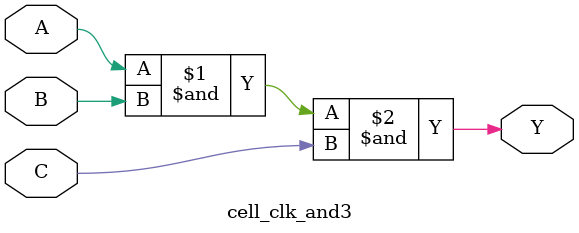
<source format=v>
module cell_clk_and3 (
    input   A,
    input   B,
    input   C,
    output  Y
);

assign Y = A & B & C;

endmodule

</source>
